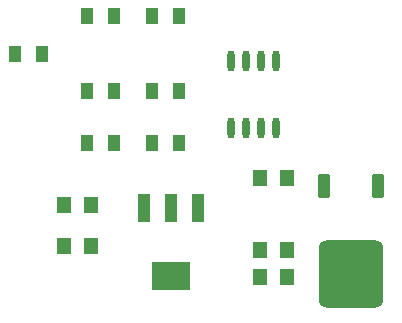
<source format=gbp>
G04 Layer_Color=128*
%FSTAX24Y24*%
%MOIN*%
G70*
G01*
G75*
%ADD15R,0.0394X0.0550*%
%ADD16R,0.0500X0.0550*%
G04:AMPARAMS|DCode=37|XSize=39.4mil|YSize=78.7mil|CornerRadius=4.9mil|HoleSize=0mil|Usage=FLASHONLY|Rotation=0.000|XOffset=0mil|YOffset=0mil|HoleType=Round|Shape=RoundedRectangle|*
%AMROUNDEDRECTD37*
21,1,0.0394,0.0689,0,0,0.0*
21,1,0.0295,0.0787,0,0,0.0*
1,1,0.0098,0.0148,-0.0344*
1,1,0.0098,-0.0148,-0.0344*
1,1,0.0098,-0.0148,0.0344*
1,1,0.0098,0.0148,0.0344*
%
%ADD37ROUNDEDRECTD37*%
G04:AMPARAMS|DCode=38|XSize=216.5mil|YSize=224.4mil|CornerRadius=27.1mil|HoleSize=0mil|Usage=FLASHONLY|Rotation=0.000|XOffset=0mil|YOffset=0mil|HoleType=Round|Shape=RoundedRectangle|*
%AMROUNDEDRECTD38*
21,1,0.2165,0.1703,0,0,0.0*
21,1,0.1624,0.2244,0,0,0.0*
1,1,0.0541,0.0812,-0.0851*
1,1,0.0541,-0.0812,-0.0851*
1,1,0.0541,-0.0812,0.0851*
1,1,0.0541,0.0812,0.0851*
%
%ADD38ROUNDEDRECTD38*%
%ADD39R,0.0394X0.0945*%
%ADD40R,0.1299X0.0945*%
%ADD41O,0.0236X0.0709*%
D15*
X05487Y02137D02*
D03*
X05397D02*
D03*
X05703Y02136D02*
D03*
X05613D02*
D03*
X05703Y01885D02*
D03*
X05613D02*
D03*
X05487D02*
D03*
X05397D02*
D03*
X05703Y01712D02*
D03*
X05613D02*
D03*
X05487D02*
D03*
X05397D02*
D03*
X05249Y0201D02*
D03*
X05159D02*
D03*
D16*
X059735Y01597D02*
D03*
X060635D02*
D03*
X059735Y01355D02*
D03*
X060635D02*
D03*
X05321Y01506D02*
D03*
X05411D02*
D03*
X05321Y01368D02*
D03*
X05411D02*
D03*
X059735Y01265D02*
D03*
X060635D02*
D03*
D37*
X06188Y015677D02*
D03*
X06368Y015677D02*
D03*
D38*
X06278Y012763D02*
D03*
D39*
X055874Y014962D02*
D03*
X05678D02*
D03*
X057686D02*
D03*
D40*
X05678Y012678D02*
D03*
D41*
X05878Y019852D02*
D03*
X05928D02*
D03*
X05978D02*
D03*
X06028D02*
D03*
X05878Y017628D02*
D03*
X05928D02*
D03*
X05978D02*
D03*
X06028D02*
D03*
M02*

</source>
